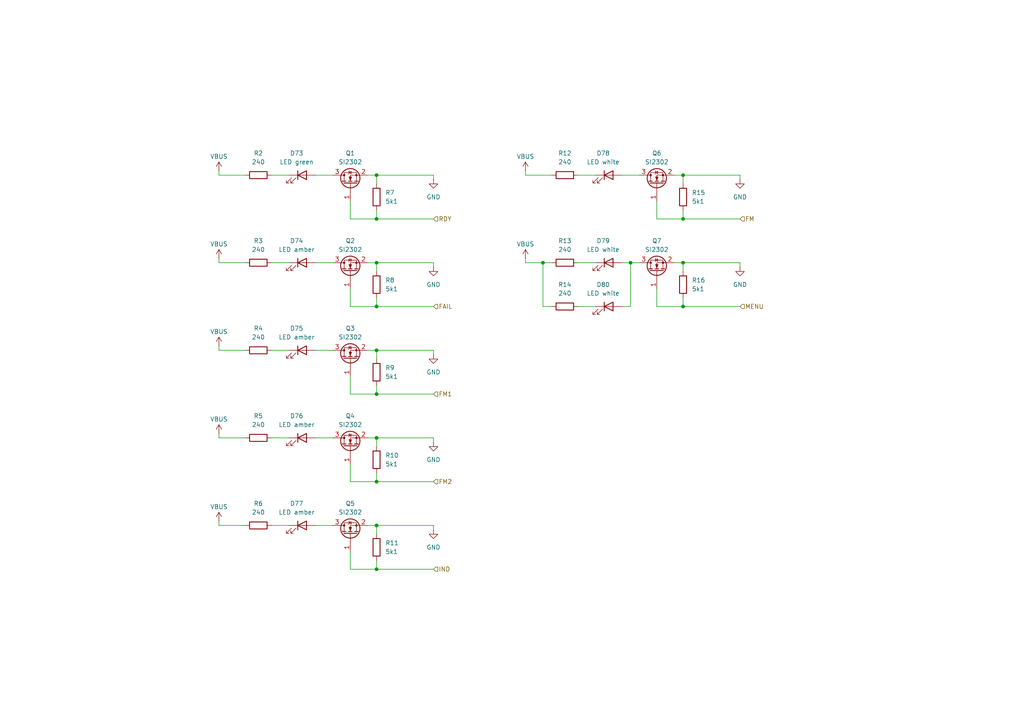
<source format=kicad_sch>
(kicad_sch (version 20231120) (generator "eeschema") (generator_version "8.0")
  (paper "A4")
  (lib_symbols
    (symbol "Device:LED" (pin_numbers hide) (pin_names (offset 1.016) hide)
      (property "Reference" "D" (at 0 2.54 0))
      (property "Value" "LED" (at 0 -2.54 0))
      (symbol "LED_0_1"
        (polyline (pts (xy -1.27 -1.27) (xy -1.27 1.27)) (stroke (width 0.254)))
        (polyline (pts (xy -1.27 0) (xy 1.27 0)))
        (polyline (pts (xy 1.27 -1.27) (xy 1.27 1.27) (xy -1.27 0) (xy 1.27 -1.27)) (stroke (width 0.254)))
        (polyline (pts (xy -3.048 -0.762) (xy -4.572 -2.286) (xy -3.81 -2.286) (xy -4.572 -2.286) (xy -4.572 -1.524)))
        (polyline (pts (xy -1.778 -0.762) (xy -3.302 -2.286) (xy -2.54 -2.286) (xy -3.302 -2.286) (xy -3.302 -1.524)))
      )
      (symbol "LED_1_1"
        (pin passive line (at -3.81 0 0) (length 2.54) (name "K") (number "1"))
        (pin passive line (at 3.81 0 180) (length 2.54) (name "A") (number "2"))
      )
    )
    (symbol "Device:R" (pin_numbers hide) (pin_names (offset 0))
      (property "Reference" "R" (at 2.032 0 90))
      (property "Value" "R" (at 0 0 90))
      (symbol "R_0_1"
        (rectangle (start -1.016 -2.54) (end 1.016 2.54) (stroke (width 0.254)))
      )
      (symbol "R_1_1"
        (pin passive line (at 0 3.81 270) (length 1.27) (name "~") (number "1"))
        (pin passive line (at 0 -3.81 90) (length 1.27) (name "~") (number "2"))
      )
    )
    (symbol "Transistor_FET:2N7002K" (pin_names hide)
      (property "Reference" "Q" (at 5.08 1.905 0))
      (property "Value" "2N7002K" (at 5.08 0 0))
      (symbol "2N7002K_0_1"
        (polyline (pts (xy 0.254 0) (xy -2.54 0)))
        (polyline (pts (xy 0.254 1.905) (xy 0.254 -1.905)) (stroke (width 0.254)))
        (polyline (pts (xy 0.762 -1.27) (xy 0.762 -2.286)) (stroke (width 0.254)))
        (polyline (pts (xy 0.762 0.508) (xy 0.762 -0.508)) (stroke (width 0.254)))
        (polyline (pts (xy 0.762 2.286) (xy 0.762 1.27)) (stroke (width 0.254)))
        (polyline (pts (xy 2.54 2.54) (xy 2.54 1.778)))
        (polyline (pts (xy 2.54 -2.54) (xy 2.54 0) (xy 0.762 0)))
        (polyline (pts (xy 0.762 -1.778) (xy 3.302 -1.778) (xy 3.302 1.778) (xy 0.762 1.778)))
        (polyline (pts (xy 1.016 0) (xy 2.032 0.381) (xy 2.032 -0.381) (xy 1.016 0)) (fill (type outline)))
        (polyline (pts (xy 2.794 0.508) (xy 2.921 0.381) (xy 3.683 0.381) (xy 3.81 0.254)))
        (polyline (pts (xy 3.302 0.381) (xy 2.921 -0.254) (xy 3.683 -0.254) (xy 3.302 0.381)))
        (circle (center 1.651 0) (radius 2.794) (stroke (width 0.254)))
        (circle (center 2.54 -1.778) (radius 0.254) (fill (type outline)))
        (circle (center 2.54 1.778) (radius 0.254) (fill (type outline)))
      )
      (symbol "2N7002K_1_1"
        (pin input line (at -5.08 0 0) (length 2.54) (name "G") (number "1"))
        (pin passive line (at 2.54 -5.08 90) (length 2.54) (name "S") (number "2"))
        (pin passive line (at 2.54 5.08 270) (length 2.54) (name "D") (number "3"))
      )
    )
    (symbol "power:GND" (power) (pin_numbers hide) (pin_names (offset 0) hide)
      (property "Value" "GND" (at 0 -3.81 0))
      (symbol "GND_0_1"
        (polyline (pts (xy 0 0) (xy 0 -1.27) (xy 1.27 -1.27) (xy 0 -2.54) (xy -1.27 -1.27) (xy 0 -1.27)))
      )
      (symbol "GND_1_1"
        (pin power_in line (at 0 0 270) (length 0) (name "~") (number "1"))
      )
    )
    (symbol "power:VBUS" (power) (pin_numbers hide) (pin_names (offset 0) hide)
      (property "Value" "VBUS" (at 0 3.556 0))
      (symbol "VBUS_0_1"
        (polyline (pts (xy -0.762 1.27) (xy 0 2.54)))
        (polyline (pts (xy 0 0) (xy 0 2.54)))
        (polyline (pts (xy 0 2.54) (xy 0.762 1.27)))
      )
      (symbol "VBUS_1_1"
        (pin power_in line (at 0 0 90) (length 0) (name "~") (number "1"))
      )
    )
  )
  (junction (at 109.22 88.9))
  (junction (at 198.12 88.9))
  (junction (at 109.22 139.7))
  (junction (at 198.12 76.2))
  (junction (at 157.48 76.2))
  (junction (at 109.22 63.5))
  (junction (at 182.88 76.2))
  (junction (at 109.22 165.1))
  (junction (at 198.12 50.8))
  (junction (at 109.22 50.8))
  (junction (at 109.22 76.2))
  (junction (at 198.12 63.5))
  (junction (at 109.22 101.6))
  (junction (at 109.22 114.3))
  (junction (at 109.22 127))
  (junction (at 109.22 152.4))
  (wire (pts (xy 190.5 58.42) (xy 190.5 63.5)))
  (wire (pts (xy 101.6 83.82) (xy 101.6 88.9)))
  (wire (pts (xy 125.73 101.6) (xy 109.22 101.6)))
  (wire (pts (xy 63.5 50.8) (xy 63.5 49.53)))
  (wire (pts (xy 63.5 127) (xy 71.12 127)))
  (wire (pts (xy 125.73 127) (xy 109.22 127)))
  (wire (pts (xy 198.12 76.2) (xy 198.12 78.74)))
  (wire (pts (xy 109.22 162.56) (xy 109.22 165.1)))
  (wire (pts (xy 78.74 152.4) (xy 83.82 152.4)))
  (wire (pts (xy 198.12 63.5) (xy 214.63 63.5)))
  (wire (pts (xy 106.68 50.8) (xy 109.22 50.8)))
  (wire (pts (xy 63.5 76.2) (xy 71.12 76.2)))
  (wire (pts (xy 198.12 88.9) (xy 214.63 88.9)))
  (wire (pts (xy 63.5 76.2) (xy 63.5 74.93)))
  (wire (pts (xy 180.34 88.9) (xy 182.88 88.9)))
  (wire (pts (xy 101.6 63.5) (xy 109.22 63.5)))
  (wire (pts (xy 214.63 77.47) (xy 214.63 76.2)))
  (wire (pts (xy 157.48 88.9) (xy 157.48 76.2)))
  (wire (pts (xy 91.44 152.4) (xy 96.52 152.4)))
  (wire (pts (xy 109.22 63.5) (xy 125.73 63.5)))
  (wire (pts (xy 109.22 111.76) (xy 109.22 114.3)))
  (wire (pts (xy 78.74 101.6) (xy 83.82 101.6)))
  (wire (pts (xy 91.44 127) (xy 96.52 127)))
  (wire (pts (xy 101.6 109.22) (xy 101.6 114.3)))
  (wire (pts (xy 63.5 127) (xy 63.5 125.73)))
  (wire (pts (xy 182.88 76.2) (xy 182.88 88.9)))
  (wire (pts (xy 109.22 127) (xy 109.22 129.54)))
  (wire (pts (xy 125.73 50.8) (xy 109.22 50.8)))
  (wire (pts (xy 152.4 50.8) (xy 152.4 49.53)))
  (wire (pts (xy 125.73 102.87) (xy 125.73 101.6)))
  (wire (pts (xy 182.88 76.2) (xy 185.42 76.2)))
  (wire (pts (xy 101.6 58.42) (xy 101.6 63.5)))
  (wire (pts (xy 63.5 152.4) (xy 71.12 152.4)))
  (wire (pts (xy 195.58 50.8) (xy 198.12 50.8)))
  (wire (pts (xy 198.12 60.96) (xy 198.12 63.5)))
  (wire (pts (xy 63.5 101.6) (xy 63.5 100.33)))
  (wire (pts (xy 214.63 52.07) (xy 214.63 50.8)))
  (wire (pts (xy 78.74 127) (xy 83.82 127)))
  (wire (pts (xy 152.4 50.8) (xy 160.02 50.8)))
  (wire (pts (xy 190.5 83.82) (xy 190.5 88.9)))
  (wire (pts (xy 167.64 76.2) (xy 172.72 76.2)))
  (wire (pts (xy 91.44 101.6) (xy 96.52 101.6)))
  (wire (pts (xy 152.4 76.2) (xy 152.4 74.93)))
  (wire (pts (xy 152.4 76.2) (xy 157.48 76.2)))
  (wire (pts (xy 109.22 86.36) (xy 109.22 88.9)))
  (wire (pts (xy 109.22 76.2) (xy 109.22 78.74)))
  (wire (pts (xy 63.5 101.6) (xy 71.12 101.6)))
  (wire (pts (xy 78.74 76.2) (xy 83.82 76.2)))
  (wire (pts (xy 125.73 128.27) (xy 125.73 127)))
  (wire (pts (xy 101.6 160.02) (xy 101.6 165.1)))
  (wire (pts (xy 157.48 76.2) (xy 160.02 76.2)))
  (wire (pts (xy 91.44 50.8) (xy 96.52 50.8)))
  (wire (pts (xy 109.22 60.96) (xy 109.22 63.5)))
  (wire (pts (xy 109.22 88.9) (xy 125.73 88.9)))
  (wire (pts (xy 195.58 76.2) (xy 198.12 76.2)))
  (wire (pts (xy 125.73 152.4) (xy 109.22 152.4)))
  (wire (pts (xy 214.63 76.2) (xy 198.12 76.2)))
  (wire (pts (xy 190.5 88.9) (xy 198.12 88.9)))
  (wire (pts (xy 167.64 50.8) (xy 172.72 50.8)))
  (wire (pts (xy 101.6 88.9) (xy 109.22 88.9)))
  (wire (pts (xy 109.22 101.6) (xy 109.22 104.14)))
  (wire (pts (xy 109.22 165.1) (xy 125.73 165.1)))
  (wire (pts (xy 106.68 101.6) (xy 109.22 101.6)))
  (wire (pts (xy 78.74 50.8) (xy 83.82 50.8)))
  (wire (pts (xy 125.73 76.2) (xy 109.22 76.2)))
  (wire (pts (xy 63.5 50.8) (xy 71.12 50.8)))
  (wire (pts (xy 106.68 76.2) (xy 109.22 76.2)))
  (wire (pts (xy 109.22 137.16) (xy 109.22 139.7)))
  (wire (pts (xy 106.68 152.4) (xy 109.22 152.4)))
  (wire (pts (xy 125.73 153.67) (xy 125.73 152.4)))
  (wire (pts (xy 101.6 134.62) (xy 101.6 139.7)))
  (wire (pts (xy 91.44 76.2) (xy 96.52 76.2)))
  (wire (pts (xy 214.63 50.8) (xy 198.12 50.8)))
  (wire (pts (xy 109.22 152.4) (xy 109.22 154.94)))
  (wire (pts (xy 198.12 86.36) (xy 198.12 88.9)))
  (wire (pts (xy 125.73 77.47) (xy 125.73 76.2)))
  (wire (pts (xy 106.68 127) (xy 109.22 127)))
  (wire (pts (xy 180.34 50.8) (xy 185.42 50.8)))
  (wire (pts (xy 109.22 50.8) (xy 109.22 53.34)))
  (wire (pts (xy 160.02 88.9) (xy 157.48 88.9)))
  (wire (pts (xy 190.5 63.5) (xy 198.12 63.5)))
  (wire (pts (xy 101.6 114.3) (xy 109.22 114.3)))
  (wire (pts (xy 180.34 76.2) (xy 182.88 76.2)))
  (wire (pts (xy 167.64 88.9) (xy 172.72 88.9)))
  (wire (pts (xy 109.22 139.7) (xy 125.73 139.7)))
  (wire (pts (xy 101.6 139.7) (xy 109.22 139.7)))
  (wire (pts (xy 109.22 114.3) (xy 125.73 114.3)))
  (wire (pts (xy 63.5 152.4) (xy 63.5 151.13)))
  (wire (pts (xy 101.6 165.1) (xy 109.22 165.1)))
  (wire (pts (xy 125.73 52.07) (xy 125.73 50.8)))
  (wire (pts (xy 198.12 50.8) (xy 198.12 53.34)))
  (hierarchical_label "FAIL" (shape input) (at 125.73 88.9 0))
  (hierarchical_label "FM1" (shape input) (at 125.73 114.3 0))
  (hierarchical_label "MENU" (shape input) (at 214.63 88.9 0))
  (hierarchical_label "RDY" (shape input) (at 125.73 63.5 0))
  (hierarchical_label "FM" (shape input) (at 214.63 63.5 0))
  (hierarchical_label "IND" (shape input) (at 125.73 165.1 0))
  (hierarchical_label "FM2" (shape input) (at 125.73 139.7 0))
  (symbol (lib_id "Transistor_FET:2N7002K") (at 190.5 78.74 90) (unit 1)
    (property "Reference" "Q7" (at 190.5 69.85 90))
    (property "Value" "SI2302" (at 190.5 72.39 90))
    (property "Footprint" "Package_TO_SOT_SMD:SOT-23" (effects (hide yes)))
    (property "Datasheet" "https://www.diodes.com/assets/Datasheets/ds30896.pdf" (effects (hide yes)))
    (property "Description" "0.38A Id, 60V Vds, N-Channel MOSFET, SOT-23" (effects (hide yes)))
    (property "Manufracturer" "YONGYUTAI" (effects (hide yes)))
    (property "Manufracturer Part Number" "SI2302" (effects (hide yes)))
    (property "JLCPCB Part" "C2891732" (effects (hide yes)))
  )
  (symbol (lib_id "Device:LED") (at 176.53 50.8 0) (unit 1)
    (property "Reference" "D78" (at 174.9425 44.45 0))
    (property "Value" "LED white" (at 174.9425 46.99 0))
    (property "Footprint" "LED_SMD:LED_0805_2012Metric" (effects (hide yes)))
    (property "Datasheet" "https://www.lcsc.com/datasheet/lcsc_datasheet_2402181504_XINGLIGHT-XL-2012WWC-DS_C3646928.pdf" (effects (hide yes)))
    (property "JLCPCB Part" "C3646928" (effects (hide yes)))
    (property "Manufracturer" "XINGLIGHT" (effects (hide yes)))
    (property "Manufracturer Part Number" "XL-2012WWC-DS" (effects (hide yes)))
  )
  (symbol (lib_id "Device:R") (at 109.22 82.55 180) (unit 1)
    (property "Reference" "R8" (at 111.76 81.28 0) (effects (justify right)))
    (property "Value" "5k1" (at 111.76 83.82 0) (effects (justify right)))
    (property "Footprint" "Resistor_SMD:R_0603_1608Metric" (effects (hide yes)))
    (property "Datasheet" "https://www.lcsc.com/datasheet/lcsc_datasheet_2206010116_UNI-ROYAL-Uniroyal-Elec-0603WAF5101T5E_C23186.pdf" (effects (hide yes)))
    (property "JLCPCB Part" "C23186" (effects (hide yes)))
    (property "Manufracturer" "UNI-ROYAL(Uniroyal Elec)" (effects (hide yes)))
    (property "Manufracturer Part Number" "0603WAF5101T5E" (effects (hide yes)))
  )
  (symbol (lib_id "Device:R") (at 198.12 57.15 180) (unit 1)
    (property "Reference" "R15" (at 200.66 55.88 0) (effects (justify right)))
    (property "Value" "5k1" (at 200.66 58.42 0) (effects (justify right)))
    (property "Footprint" "Resistor_SMD:R_0603_1608Metric" (effects (hide yes)))
    (property "Datasheet" "https://www.lcsc.com/datasheet/lcsc_datasheet_2206010116_UNI-ROYAL-Uniroyal-Elec-0603WAF5101T5E_C23186.pdf" (effects (hide yes)))
    (property "JLCPCB Part" "C23186" (effects (hide yes)))
    (property "Manufracturer" "UNI-ROYAL(Uniroyal Elec)" (effects (hide yes)))
    (property "Manufracturer Part Number" "0603WAF5101T5E" (effects (hide yes)))
  )
  (symbol (lib_id "Device:LED") (at 87.63 152.4 0) (unit 1)
    (property "Reference" "D77" (at 86.0425 146.05 0))
    (property "Value" "LED amber" (at 86.0425 148.59 0))
    (property "Footprint" "LED_SMD:LED_0603_1608Metric" (effects (hide yes)))
    (property "Datasheet" "https://www.lcsc.com/datasheet/lcsc_datasheet_1810092051_BrtLed-Bright-LED-Elec-BL-HJC36G-AV-TRB_C165983.pdf" (effects (hide yes)))
    (property "JLCPCB Part" "C165983" (effects (hide yes)))
    (property "Manufracturer" "BrtLed(Bright LED Elec)" (effects (hide yes)))
    (property "Manufracturer Part Number" "BL-HJC36G-AV-TRB" (effects (hide yes)))
  )
  (symbol (lib_id "power:VBUS") (at 63.5 74.93 0) (unit 1)
    (property "Reference" "#PWR017" (effects (hide yes)))
    (property "Value" "VBUS" (at 63.5 70.7969 0))
    (property "Description" "Power symbol creates a global label with name \"VBUS\"" (effects (hide yes)))
  )
  (symbol (lib_id "power:GND") (at 125.73 77.47 0) (unit 1)
    (property "Reference" "#PWR022" (effects (hide yes)))
    (property "Value" "GND" (at 125.73 82.55 0))
    (property "Description" "Power symbol creates a global label with name \"GND\" , ground" (effects (hide yes)))
  )
  (symbol (lib_id "Device:LED") (at 176.53 88.9 0) (unit 1)
    (property "Reference" "D80" (at 174.9425 82.55 0))
    (property "Value" "LED white" (at 174.9425 85.09 0))
    (property "Footprint" "LED_SMD:LED_0805_2012Metric" (effects (hide yes)))
    (property "Datasheet" "https://www.lcsc.com/datasheet/lcsc_datasheet_2402181504_XINGLIGHT-XL-2012WWC-DS_C3646928.pdf" (effects (hide yes)))
    (property "JLCPCB Part" "C3646928" (effects (hide yes)))
    (property "Manufracturer" "XINGLIGHT" (effects (hide yes)))
    (property "Manufracturer Part Number" "XL-2012WWC-DS" (effects (hide yes)))
  )
  (symbol (lib_id "Device:R") (at 109.22 107.95 180) (unit 1)
    (property "Reference" "R9" (at 111.76 106.68 0) (effects (justify right)))
    (property "Value" "5k1" (at 111.76 109.22 0) (effects (justify right)))
    (property "Footprint" "Resistor_SMD:R_0603_1608Metric" (effects (hide yes)))
    (property "Datasheet" "https://www.lcsc.com/datasheet/lcsc_datasheet_2206010116_UNI-ROYAL-Uniroyal-Elec-0603WAF5101T5E_C23186.pdf" (effects (hide yes)))
    (property "JLCPCB Part" "C23186" (effects (hide yes)))
    (property "Manufracturer" "UNI-ROYAL(Uniroyal Elec)" (effects (hide yes)))
    (property "Manufracturer Part Number" "0603WAF5101T5E" (effects (hide yes)))
  )
  (symbol (lib_id "Transistor_FET:2N7002K") (at 190.5 53.34 90) (unit 1)
    (property "Reference" "Q6" (at 190.5 44.45 90))
    (property "Value" "SI2302" (at 190.5 46.99 90))
    (property "Footprint" "Package_TO_SOT_SMD:SOT-23" (effects (hide yes)))
    (property "Datasheet" "https://www.diodes.com/assets/Datasheets/ds30896.pdf" (effects (hide yes)))
    (property "Description" "0.38A Id, 60V Vds, N-Channel MOSFET, SOT-23" (effects (hide yes)))
    (property "Manufracturer" "YONGYUTAI" (effects (hide yes)))
    (property "Manufracturer Part Number" "SI2302" (effects (hide yes)))
    (property "JLCPCB Part" "C2891732" (effects (hide yes)))
  )
  (symbol (lib_id "Device:R") (at 109.22 57.15 180) (unit 1)
    (property "Reference" "R7" (at 111.76 55.88 0) (effects (justify right)))
    (property "Value" "5k1" (at 111.76 58.42 0) (effects (justify right)))
    (property "Footprint" "Resistor_SMD:R_0603_1608Metric" (effects (hide yes)))
    (property "Datasheet" "https://www.lcsc.com/datasheet/lcsc_datasheet_2206010116_UNI-ROYAL-Uniroyal-Elec-0603WAF5101T5E_C23186.pdf" (effects (hide yes)))
    (property "JLCPCB Part" "C23186" (effects (hide yes)))
    (property "Manufracturer" "UNI-ROYAL(Uniroyal Elec)" (effects (hide yes)))
    (property "Manufracturer Part Number" "0603WAF5101T5E" (effects (hide yes)))
  )
  (symbol (lib_id "Transistor_FET:2N7002K") (at 101.6 78.74 90) (unit 1)
    (property "Reference" "Q2" (at 101.6 69.85 90))
    (property "Value" "SI2302" (at 101.6 72.39 90))
    (property "Footprint" "Package_TO_SOT_SMD:SOT-23" (effects (hide yes)))
    (property "Datasheet" "https://www.diodes.com/assets/Datasheets/ds30896.pdf" (effects (hide yes)))
    (property "Description" "0.38A Id, 60V Vds, N-Channel MOSFET, SOT-23" (effects (hide yes)))
    (property "Manufracturer" "YONGYUTAI" (effects (hide yes)))
    (property "Manufracturer Part Number" "SI2302" (effects (hide yes)))
    (property "JLCPCB Part" "C2891732" (effects (hide yes)))
  )
  (symbol (lib_id "Device:R") (at 74.93 152.4 90) (unit 1)
    (property "Reference" "R6" (at 74.93 146.05 90))
    (property "Value" "240" (at 74.93 148.59 90))
    (property "Footprint" "Resistor_SMD:R_0805_2012Metric" (effects (hide yes)))
    (property "Datasheet" "https://www.lcsc.com/datasheet/lcsc_datasheet_2206010200_UNI-ROYAL-Uniroyal-Elec-0805W8F2400T5E_C17572.pdf" (effects (hide yes)))
    (property "JLCPCB Part" "C17572" (effects (hide yes)))
    (property "Manufracturer" "UNI-ROYAL(Uniroyal Elec)" (effects (hide yes)))
    (property "Manufracturer Part Number" "0805W8F2400T5E" (effects (hide yes)))
  )
  (symbol (lib_id "Transistor_FET:2N7002K") (at 101.6 154.94 90) (unit 1)
    (property "Reference" "Q5" (at 101.6 146.05 90))
    (property "Value" "SI2302" (at 101.6 148.59 90))
    (property "Footprint" "Package_TO_SOT_SMD:SOT-23" (effects (hide yes)))
    (property "Datasheet" "https://www.diodes.com/assets/Datasheets/ds30896.pdf" (effects (hide yes)))
    (property "Description" "0.38A Id, 60V Vds, N-Channel MOSFET, SOT-23" (effects (hide yes)))
    (property "Manufracturer" "YONGYUTAI" (effects (hide yes)))
    (property "Manufracturer Part Number" "SI2302" (effects (hide yes)))
    (property "JLCPCB Part" "C2891732" (effects (hide yes)))
  )
  (symbol (lib_id "Device:LED") (at 87.63 127 0) (unit 1)
    (property "Reference" "D76" (at 86.0425 120.65 0))
    (property "Value" "LED amber" (at 86.0425 123.19 0))
    (property "Footprint" "LED_SMD:LED_0603_1608Metric" (effects (hide yes)))
    (property "Datasheet" "https://www.lcsc.com/datasheet/lcsc_datasheet_1810092051_BrtLed-Bright-LED-Elec-BL-HJC36G-AV-TRB_C165983.pdf" (effects (hide yes)))
    (property "JLCPCB Part" "C165983" (effects (hide yes)))
    (property "Manufracturer" "BrtLed(Bright LED Elec)" (effects (hide yes)))
    (property "Manufracturer Part Number" "BL-HJC36G-AV-TRB" (effects (hide yes)))
  )
  (symbol (lib_id "power:VBUS") (at 152.4 49.53 0) (unit 1)
    (property "Reference" "#PWR026" (effects (hide yes)))
    (property "Value" "VBUS" (at 152.4 45.3969 0))
    (property "Description" "Power symbol creates a global label with name \"VBUS\"" (effects (hide yes)))
  )
  (symbol (lib_id "Device:R") (at 163.83 50.8 90) (unit 1)
    (property "Reference" "R12" (at 163.83 44.45 90))
    (property "Value" "240" (at 163.83 46.99 90))
    (property "Footprint" "Resistor_SMD:R_0805_2012Metric" (effects (hide yes)))
    (property "Datasheet" "https://www.lcsc.com/datasheet/lcsc_datasheet_2206010200_UNI-ROYAL-Uniroyal-Elec-0805W8F2400T5E_C17572.pdf" (effects (hide yes)))
    (property "JLCPCB Part" "C17572" (effects (hide yes)))
    (property "Manufracturer" "UNI-ROYAL(Uniroyal Elec)" (effects (hide yes)))
    (property "Manufracturer Part Number" "0805W8F2400T5E" (effects (hide yes)))
  )
  (symbol (lib_id "Device:R") (at 74.93 101.6 90) (unit 1)
    (property "Reference" "R4" (at 74.93 95.25 90))
    (property "Value" "240" (at 74.93 97.79 90))
    (property "Footprint" "Resistor_SMD:R_0805_2012Metric" (effects (hide yes)))
    (property "Datasheet" "https://www.lcsc.com/datasheet/lcsc_datasheet_2206010200_UNI-ROYAL-Uniroyal-Elec-0805W8F2400T5E_C17572.pdf" (effects (hide yes)))
    (property "JLCPCB Part" "C17572" (effects (hide yes)))
    (property "Manufracturer" "UNI-ROYAL(Uniroyal Elec)" (effects (hide yes)))
    (property "Manufracturer Part Number" "0805W8F2400T5E" (effects (hide yes)))
  )
  (symbol (lib_id "power:GND") (at 125.73 128.27 0) (unit 1)
    (property "Reference" "#PWR024" (effects (hide yes)))
    (property "Value" "GND" (at 125.73 133.35 0))
    (property "Description" "Power symbol creates a global label with name \"GND\" , ground" (effects (hide yes)))
  )
  (symbol (lib_id "power:VBUS") (at 63.5 151.13 0) (unit 1)
    (property "Reference" "#PWR020" (effects (hide yes)))
    (property "Value" "VBUS" (at 63.5 146.9969 0))
    (property "Description" "Power symbol creates a global label with name \"VBUS\"" (effects (hide yes)))
  )
  (symbol (lib_id "Device:R") (at 74.93 127 90) (unit 1)
    (property "Reference" "R5" (at 74.93 120.65 90))
    (property "Value" "240" (at 74.93 123.19 90))
    (property "Footprint" "Resistor_SMD:R_0805_2012Metric" (effects (hide yes)))
    (property "Datasheet" "https://www.lcsc.com/datasheet/lcsc_datasheet_2206010200_UNI-ROYAL-Uniroyal-Elec-0805W8F2400T5E_C17572.pdf" (effects (hide yes)))
    (property "JLCPCB Part" "C17572" (effects (hide yes)))
    (property "Manufracturer" "UNI-ROYAL(Uniroyal Elec)" (effects (hide yes)))
    (property "Manufracturer Part Number" "0805W8F2400T5E" (effects (hide yes)))
  )
  (symbol (lib_id "Transistor_FET:2N7002K") (at 101.6 53.34 90) (unit 1)
    (property "Reference" "Q1" (at 101.6 44.45 90))
    (property "Value" "SI2302" (at 101.6 46.99 90))
    (property "Footprint" "Package_TO_SOT_SMD:SOT-23" (effects (hide yes)))
    (property "Datasheet" "https://www.diodes.com/assets/Datasheets/ds30896.pdf" (effects (hide yes)))
    (property "Description" "0.38A Id, 60V Vds, N-Channel MOSFET, SOT-23" (effects (hide yes)))
    (property "Manufracturer" "YONGYUTAI" (effects (hide yes)))
    (property "Manufracturer Part Number" "SI2302" (effects (hide yes)))
    (property "JLCPCB Part" "C2891732" (effects (hide yes)))
  )
  (symbol (lib_id "Device:R") (at 163.83 76.2 90) (unit 1)
    (property "Reference" "R13" (at 163.83 69.85 90))
    (property "Value" "240" (at 163.83 72.39 90))
    (property "Footprint" "Resistor_SMD:R_0805_2012Metric" (effects (hide yes)))
    (property "Datasheet" "https://www.lcsc.com/datasheet/lcsc_datasheet_2206010200_UNI-ROYAL-Uniroyal-Elec-0805W8F2400T5E_C17572.pdf" (effects (hide yes)))
    (property "JLCPCB Part" "C17572" (effects (hide yes)))
    (property "Manufracturer" "UNI-ROYAL(Uniroyal Elec)" (effects (hide yes)))
    (property "Manufracturer Part Number" "0805W8F2400T5E" (effects (hide yes)))
  )
  (symbol (lib_id "power:GND") (at 125.73 52.07 0) (unit 1)
    (property "Reference" "#PWR021" (effects (hide yes)))
    (property "Value" "GND" (at 125.73 57.15 0))
    (property "Description" "Power symbol creates a global label with name \"GND\" , ground" (effects (hide yes)))
  )
  (symbol (lib_id "Device:R") (at 163.83 88.9 90) (unit 1)
    (property "Reference" "R14" (at 163.83 82.55 90))
    (property "Value" "240" (at 163.83 85.09 90))
    (property "Footprint" "Resistor_SMD:R_0805_2012Metric" (effects (hide yes)))
    (property "Datasheet" "https://www.lcsc.com/datasheet/lcsc_datasheet_2206010200_UNI-ROYAL-Uniroyal-Elec-0805W8F2400T5E_C17572.pdf" (effects (hide yes)))
    (property "JLCPCB Part" "C17572" (effects (hide yes)))
    (property "Manufracturer" "UNI-ROYAL(Uniroyal Elec)" (effects (hide yes)))
    (property "Manufracturer Part Number" "0805W8F2400T5E" (effects (hide yes)))
  )
  (symbol (lib_id "power:GND") (at 125.73 102.87 0) (unit 1)
    (property "Reference" "#PWR023" (effects (hide yes)))
    (property "Value" "GND" (at 125.73 107.95 0))
    (property "Description" "Power symbol creates a global label with name \"GND\" , ground" (effects (hide yes)))
  )
  (symbol (lib_id "power:GND") (at 214.63 52.07 0) (unit 1)
    (property "Reference" "#PWR028" (effects (hide yes)))
    (property "Value" "GND" (at 214.63 57.15 0))
    (property "Description" "Power symbol creates a global label with name \"GND\" , ground" (effects (hide yes)))
  )
  (symbol (lib_id "Device:R") (at 74.93 50.8 90) (unit 1)
    (property "Reference" "R2" (at 74.93 44.45 90))
    (property "Value" "240" (at 74.93 46.99 90))
    (property "Footprint" "Resistor_SMD:R_0805_2012Metric" (effects (hide yes)))
    (property "Datasheet" "https://www.lcsc.com/datasheet/lcsc_datasheet_2206010200_UNI-ROYAL-Uniroyal-Elec-0805W8F2400T5E_C17572.pdf" (effects (hide yes)))
    (property "JLCPCB Part" "C17572" (effects (hide yes)))
    (property "Manufracturer" "UNI-ROYAL(Uniroyal Elec)" (effects (hide yes)))
    (property "Manufracturer Part Number" "0805W8F2400T5E" (effects (hide yes)))
  )
  (symbol (lib_id "Device:R") (at 109.22 158.75 180) (unit 1)
    (property "Reference" "R11" (at 111.76 157.48 0) (effects (justify right)))
    (property "Value" "5k1" (at 111.76 160.02 0) (effects (justify right)))
    (property "Footprint" "Resistor_SMD:R_0603_1608Metric" (effects (hide yes)))
    (property "Datasheet" "https://www.lcsc.com/datasheet/lcsc_datasheet_2206010116_UNI-ROYAL-Uniroyal-Elec-0603WAF5101T5E_C23186.pdf" (effects (hide yes)))
    (property "JLCPCB Part" "C23186" (effects (hide yes)))
    (property "Manufracturer" "UNI-ROYAL(Uniroyal Elec)" (effects (hide yes)))
    (property "Manufracturer Part Number" "0603WAF5101T5E" (effects (hide yes)))
  )
  (symbol (lib_id "Device:R") (at 109.22 133.35 180) (unit 1)
    (property "Reference" "R10" (at 111.76 132.08 0) (effects (justify right)))
    (property "Value" "5k1" (at 111.76 134.62 0) (effects (justify right)))
    (property "Footprint" "Resistor_SMD:R_0603_1608Metric" (effects (hide yes)))
    (property "Datasheet" "https://www.lcsc.com/datasheet/lcsc_datasheet_2206010116_UNI-ROYAL-Uniroyal-Elec-0603WAF5101T5E_C23186.pdf" (effects (hide yes)))
    (property "JLCPCB Part" "C23186" (effects (hide yes)))
    (property "Manufracturer" "UNI-ROYAL(Uniroyal Elec)" (effects (hide yes)))
    (property "Manufracturer Part Number" "0603WAF5101T5E" (effects (hide yes)))
  )
  (symbol (lib_id "Device:LED") (at 87.63 50.8 0) (unit 1)
    (property "Reference" "D73" (at 86.0425 44.45 0))
    (property "Value" "LED green" (at 86.0425 46.99 0))
    (property "Footprint" "LED_SMD:LED_0805_2012Metric" (effects (hide yes)))
    (property "Datasheet" "https://www.lcsc.com/datasheet/lcsc_datasheet_2402181505_XINGLIGHT-XL-2012SYGC_C965816.pdf" (effects (hide yes)))
    (property "JLCPCB Part" "C965816" (effects (hide yes)))
    (property "Manufracturer" "XINGLIGHT" (effects (hide yes)))
    (property "Manufracturer Part Number" "XL-2012SYGC" (effects (hide yes)))
  )
  (symbol (lib_id "power:VBUS") (at 63.5 125.73 0) (unit 1)
    (property "Reference" "#PWR019" (effects (hide yes)))
    (property "Value" "VBUS" (at 63.5 121.5969 0))
    (property "Description" "Power symbol creates a global label with name \"VBUS\"" (effects (hide yes)))
  )
  (symbol (lib_id "Device:LED") (at 87.63 76.2 0) (unit 1)
    (property "Reference" "D74" (at 86.0425 69.85 0))
    (property "Value" "LED amber" (at 86.0425 72.39 0))
    (property "Footprint" "LED_SMD:LED_0603_1608Metric" (effects (hide yes)))
    (property "Datasheet" "https://www.lcsc.com/datasheet/lcsc_datasheet_1810092051_BrtLed-Bright-LED-Elec-BL-HJC36G-AV-TRB_C165983.pdf" (effects (hide yes)))
    (property "JLCPCB Part" "C165983" (effects (hide yes)))
    (property "Manufracturer" "BrtLed(Bright LED Elec)" (effects (hide yes)))
    (property "Manufracturer Part Number" "BL-HJC36G-AV-TRB" (effects (hide yes)))
  )
  (symbol (lib_id "power:VBUS") (at 63.5 100.33 0) (unit 1)
    (property "Reference" "#PWR018" (effects (hide yes)))
    (property "Value" "VBUS" (at 63.5 96.1969 0))
    (property "Description" "Power symbol creates a global label with name \"VBUS\"" (effects (hide yes)))
  )
  (symbol (lib_id "Device:LED") (at 87.63 101.6 0) (unit 1)
    (property "Reference" "D75" (at 86.0425 95.25 0))
    (property "Value" "LED amber" (at 86.0425 97.79 0))
    (property "Footprint" "LED_SMD:LED_0603_1608Metric" (effects (hide yes)))
    (property "Datasheet" "https://www.lcsc.com/datasheet/lcsc_datasheet_1810092051_BrtLed-Bright-LED-Elec-BL-HJC36G-AV-TRB_C165983.pdf" (effects (hide yes)))
    (property "JLCPCB Part" "C165983" (effects (hide yes)))
    (property "Manufracturer" "BrtLed(Bright LED Elec)" (effects (hide yes)))
    (property "Manufracturer Part Number" "BL-HJC36G-AV-TRB" (effects (hide yes)))
  )
  (symbol (lib_id "power:GND") (at 125.73 153.67 0) (unit 1)
    (property "Reference" "#PWR025" (effects (hide yes)))
    (property "Value" "GND" (at 125.73 158.75 0))
    (property "Description" "Power symbol creates a global label with name \"GND\" , ground" (effects (hide yes)))
  )
  (symbol (lib_id "Transistor_FET:2N7002K") (at 101.6 129.54 90) (unit 1)
    (property "Reference" "Q4" (at 101.6 120.65 90))
    (property "Value" "SI2302" (at 101.6 123.19 90))
    (property "Footprint" "Package_TO_SOT_SMD:SOT-23" (effects (hide yes)))
    (property "Datasheet" "https://www.diodes.com/assets/Datasheets/ds30896.pdf" (effects (hide yes)))
    (property "Description" "0.38A Id, 60V Vds, N-Channel MOSFET, SOT-23" (effects (hide yes)))
    (property "Manufracturer" "YONGYUTAI" (effects (hide yes)))
    (property "Manufracturer Part Number" "SI2302" (effects (hide yes)))
    (property "JLCPCB Part" "C2891732" (effects (hide yes)))
  )
  (symbol (lib_id "Device:LED") (at 176.53 76.2 0) (unit 1)
    (property "Reference" "D79" (at 174.9425 69.85 0))
    (property "Value" "LED white" (at 174.9425 72.39 0))
    (property "Footprint" "LED_SMD:LED_0805_2012Metric" (effects (hide yes)))
    (property "Datasheet" "https://www.lcsc.com/datasheet/lcsc_datasheet_2402181504_XINGLIGHT-XL-2012WWC-DS_C3646928.pdf" (effects (hide yes)))
    (property "JLCPCB Part" "C3646928" (effects (hide yes)))
    (property "Manufracturer" "XINGLIGHT" (effects (hide yes)))
    (property "Manufracturer Part Number" "XL-2012WWC-DS" (effects (hide yes)))
  )
  (symbol (lib_id "power:VBUS") (at 152.4 74.93 0) (unit 1)
    (property "Reference" "#PWR027" (effects (hide yes)))
    (property "Value" "VBUS" (at 152.4 70.7969 0))
    (property "Description" "Power symbol creates a global label with name \"VBUS\"" (effects (hide yes)))
  )
  (symbol (lib_id "power:VBUS") (at 63.5 49.53 0) (unit 1)
    (property "Reference" "#PWR016" (effects (hide yes)))
    (property "Value" "VBUS" (at 63.5 45.3969 0))
    (property "Description" "Power symbol creates a global label with name \"VBUS\"" (effects (hide yes)))
  )
  (symbol (lib_id "Transistor_FET:2N7002K") (at 101.6 104.14 90) (unit 1)
    (property "Reference" "Q3" (at 101.6 95.25 90))
    (property "Value" "SI2302" (at 101.6 97.79 90))
    (property "Footprint" "Package_TO_SOT_SMD:SOT-23" (effects (hide yes)))
    (property "Datasheet" "https://www.diodes.com/assets/Datasheets/ds30896.pdf" (effects (hide yes)))
    (property "Description" "0.38A Id, 60V Vds, N-Channel MOSFET, SOT-23" (effects (hide yes)))
    (property "Manufracturer" "YONGYUTAI" (effects (hide yes)))
    (property "Manufracturer Part Number" "SI2302" (effects (hide yes)))
    (property "JLCPCB Part" "C2891732" (effects (hide yes)))
  )
  (symbol (lib_id "power:GND") (at 214.63 77.47 0) (unit 1)
    (property "Reference" "#PWR029" (effects (hide yes)))
    (property "Value" "GND" (at 214.63 82.55 0))
    (property "Description" "Power symbol creates a global label with name \"GND\" , ground" (effects (hide yes)))
  )
  (symbol (lib_id "Device:R") (at 74.93 76.2 90) (unit 1)
    (property "Reference" "R3" (at 74.93 69.85 90))
    (property "Value" "240" (at 74.93 72.39 90))
    (property "Footprint" "Resistor_SMD:R_0805_2012Metric" (effects (hide yes)))
    (property "Datasheet" "https://www.lcsc.com/datasheet/lcsc_datasheet_2206010200_UNI-ROYAL-Uniroyal-Elec-0805W8F2400T5E_C17572.pdf" (effects (hide yes)))
    (property "JLCPCB Part" "C17572" (effects (hide yes)))
    (property "Manufracturer" "UNI-ROYAL(Uniroyal Elec)" (effects (hide yes)))
    (property "Manufracturer Part Number" "0805W8F2400T5E" (effects (hide yes)))
  )
  (symbol (lib_id "Device:R") (at 198.12 82.55 180) (unit 1)
    (property "Reference" "R16" (at 200.66 81.28 0) (effects (justify right)))
    (property "Value" "5k1" (at 200.66 83.82 0) (effects (justify right)))
    (property "Footprint" "Resistor_SMD:R_0603_1608Metric" (effects (hide yes)))
    (property "Datasheet" "https://www.lcsc.com/datasheet/lcsc_datasheet_2206010116_UNI-ROYAL-Uniroyal-Elec-0603WAF5101T5E_C23186.pdf" (effects (hide yes)))
    (property "JLCPCB Part" "C23186" (effects (hide yes)))
    (property "Manufracturer" "UNI-ROYAL(Uniroyal Elec)" (effects (hide yes)))
    (property "Manufracturer Part Number" "0603WAF5101T5E" (effects (hide yes)))
  )
)
</source>
